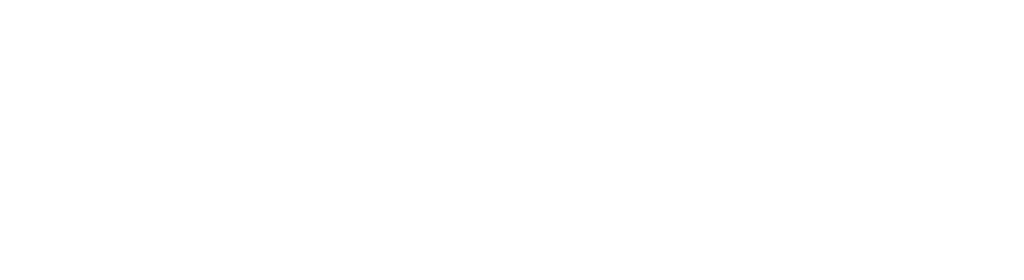
<source format=kicad_pcb>
(kicad_pcb (version 20221018) (generator pcbnew)

  (general
    (thickness 1.6)
  )

  (paper "A4")
  (layers
    (0 "F.Cu" signal)
    (31 "B.Cu" signal)
    (32 "B.Adhes" user "B.Adhesive")
    (33 "F.Adhes" user "F.Adhesive")
    (34 "B.Paste" user)
    (35 "F.Paste" user)
    (36 "B.SilkS" user "B.Silkscreen")
    (37 "F.SilkS" user "F.Silkscreen")
    (38 "B.Mask" user)
    (39 "F.Mask" user)
    (40 "Dwgs.User" user "User.Drawings")
    (41 "Cmts.User" user "User.Comments")
    (42 "Eco1.User" user "User.Eco1")
    (43 "Eco2.User" user "User.Eco2")
    (44 "Edge.Cuts" user)
    (45 "Margin" user)
    (46 "B.CrtYd" user "B.Courtyard")
    (47 "F.CrtYd" user "F.Courtyard")
    (48 "B.Fab" user)
    (49 "F.Fab" user)
    (50 "User.1" user)
    (51 "User.2" user)
    (52 "User.3" user)
    (53 "User.4" user)
    (54 "User.5" user)
    (55 "User.6" user)
    (56 "User.7" user)
    (57 "User.8" user)
    (58 "User.9" user)
  )

  (setup
    (pad_to_mask_clearance 0)
    (pcbplotparams
      (layerselection 0x00010fc_ffffffff)
      (plot_on_all_layers_selection 0x0000000_00000000)
      (disableapertmacros false)
      (usegerberextensions false)
      (usegerberattributes true)
      (usegerberadvancedattributes true)
      (creategerberjobfile true)
      (dashed_line_dash_ratio 12.000000)
      (dashed_line_gap_ratio 3.000000)
      (svgprecision 4)
      (plotframeref false)
      (viasonmask false)
      (mode 1)
      (useauxorigin false)
      (hpglpennumber 1)
      (hpglpenspeed 20)
      (hpglpendiameter 15.000000)
      (dxfpolygonmode true)
      (dxfimperialunits true)
      (dxfusepcbnewfont true)
      (psnegative false)
      (psa4output false)
      (plotreference true)
      (plotvalue true)
      (plotinvisibletext false)
      (sketchpadsonfab false)
      (subtractmaskfromsilk false)
      (outputformat 1)
      (mirror false)
      (drillshape 1)
      (scaleselection 1)
      (outputdirectory "")
    )
  )

  (net 0 "")

  (gr_text "Test abc" (at 88.2 108.9) (layer "User.4") (tstamp 2b77f0e9-d8d5-480a-aec5-d911f766fb9d)
    (effects (font (size 15 15) (thickness 3) bold) (justify left bottom))
  )

)

</source>
